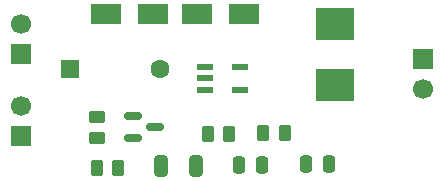
<source format=gts>
%TF.GenerationSoftware,KiCad,Pcbnew,9.0.1*%
%TF.CreationDate,2025-08-14T16:00:01+05:30*%
%TF.ProjectId,TinySolarSupply,54696e79-536f-46c6-9172-537570706c79,rev?*%
%TF.SameCoordinates,Original*%
%TF.FileFunction,Soldermask,Top*%
%TF.FilePolarity,Negative*%
%FSLAX46Y46*%
G04 Gerber Fmt 4.6, Leading zero omitted, Abs format (unit mm)*
G04 Created by KiCad (PCBNEW 9.0.1) date 2025-08-14 16:00:01*
%MOMM*%
%LPD*%
G01*
G04 APERTURE LIST*
G04 Aperture macros list*
%AMRoundRect*
0 Rectangle with rounded corners*
0 $1 Rounding radius*
0 $2 $3 $4 $5 $6 $7 $8 $9 X,Y pos of 4 corners*
0 Add a 4 corners polygon primitive as box body*
4,1,4,$2,$3,$4,$5,$6,$7,$8,$9,$2,$3,0*
0 Add four circle primitives for the rounded corners*
1,1,$1+$1,$2,$3*
1,1,$1+$1,$4,$5*
1,1,$1+$1,$6,$7*
1,1,$1+$1,$8,$9*
0 Add four rect primitives between the rounded corners*
20,1,$1+$1,$2,$3,$4,$5,0*
20,1,$1+$1,$4,$5,$6,$7,0*
20,1,$1+$1,$6,$7,$8,$9,0*
20,1,$1+$1,$8,$9,$2,$3,0*%
G04 Aperture macros list end*
%ADD10RoundRect,0.250000X-0.450000X0.262500X-0.450000X-0.262500X0.450000X-0.262500X0.450000X0.262500X0*%
%ADD11R,2.500000X1.700000*%
%ADD12R,1.700000X1.700000*%
%ADD13C,1.700000*%
%ADD14R,1.384300X0.558800*%
%ADD15RoundRect,0.250000X-0.262500X-0.450000X0.262500X-0.450000X0.262500X0.450000X-0.262500X0.450000X0*%
%ADD16RoundRect,0.250000X-0.250000X-0.475000X0.250000X-0.475000X0.250000X0.475000X-0.250000X0.475000X0*%
%ADD17R,3.302000X2.667000*%
%ADD18RoundRect,0.250000X-0.550000X-0.550000X0.550000X-0.550000X0.550000X0.550000X-0.550000X0.550000X0*%
%ADD19C,1.600000*%
%ADD20RoundRect,0.250000X0.325000X0.650000X-0.325000X0.650000X-0.325000X-0.650000X0.325000X-0.650000X0*%
%ADD21RoundRect,0.150000X-0.587500X-0.150000X0.587500X-0.150000X0.587500X0.150000X-0.587500X0.150000X0*%
G04 APERTURE END LIST*
D10*
%TO.C,R3*%
X107975400Y-111076100D03*
X107975400Y-112901100D03*
%TD*%
D11*
%TO.C,D1*%
X116414800Y-102374900D03*
X120414800Y-102374900D03*
%TD*%
D12*
%TO.C,J2*%
X101489200Y-112704800D03*
D13*
X101489200Y-110164800D03*
%TD*%
D14*
%TO.C,U1*%
X117100350Y-106898399D03*
X117100350Y-107848400D03*
X117100350Y-108798401D03*
X120034050Y-108798401D03*
X120034050Y-106898399D03*
%TD*%
D12*
%TO.C,J1*%
X135543600Y-106167000D03*
D13*
X135543600Y-108707000D03*
%TD*%
D15*
%TO.C,R4*%
X107951900Y-115439800D03*
X109776900Y-115439800D03*
%TD*%
D11*
%TO.C,D2*%
X108684400Y-102374900D03*
X112684400Y-102374900D03*
%TD*%
D16*
%TO.C,C3*%
X120004800Y-115214400D03*
X121904800Y-115214400D03*
%TD*%
D15*
%TO.C,R2*%
X117349900Y-112522000D03*
X119174900Y-112522000D03*
%TD*%
D17*
%TO.C,L1*%
X128143000Y-103251000D03*
X128143000Y-108381800D03*
%TD*%
D12*
%TO.C,J4*%
X101514600Y-105745200D03*
D13*
X101514600Y-103205200D03*
%TD*%
D18*
%TO.C,J3*%
X105706500Y-107022700D03*
D19*
X113326500Y-107022700D03*
%TD*%
D15*
%TO.C,R1*%
X122048900Y-112496600D03*
X123873900Y-112496600D03*
%TD*%
D16*
%TO.C,C1*%
X125694400Y-115112800D03*
X127594400Y-115112800D03*
%TD*%
D20*
%TO.C,C2*%
X116308400Y-115265200D03*
X113358400Y-115265200D03*
%TD*%
D21*
%TO.C,Q1*%
X111025700Y-110999100D03*
X111025700Y-112899100D03*
X112900700Y-111949100D03*
%TD*%
M02*

</source>
